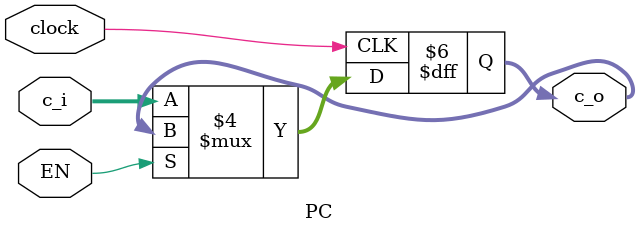
<source format=v>
module PC (input clock, input EN ,  input [31:0] c_i, output reg [31:0] c_o);

always @ (posedge clock)begin
	if(!EN)begin
		c_o=c_i;
	end
end

endmodule 
</source>
